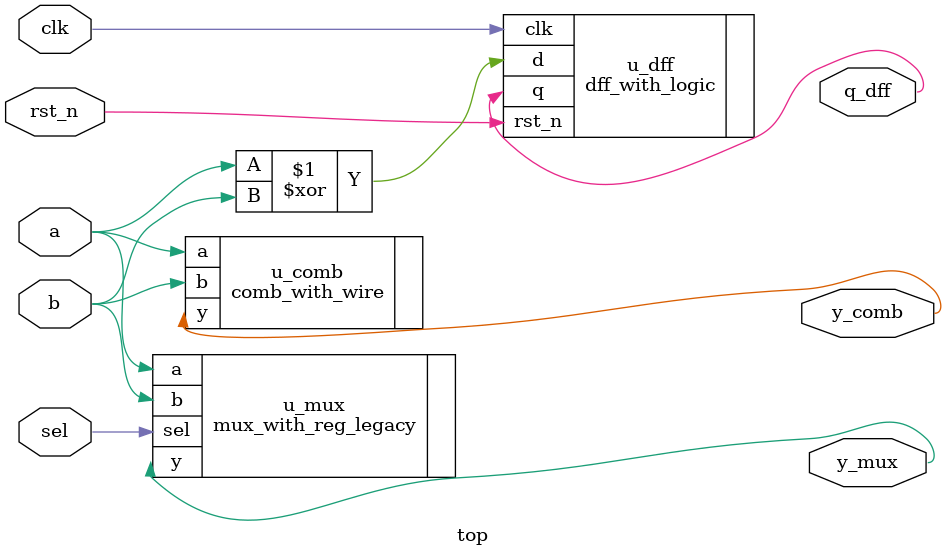
<source format=sv>
`include "comb_with_wire.sv"
`include "mux_reg_with_legacy.sv"
`include "dff_with_logic.sv"

module top(
  input  logic a, b, sel,
  input  logic clk, rst_n,
  output logic y_comb,
  output logic y_mux,
  output logic q_dff
);
  comb_with_wire      u_comb(.a(a), .b(b), .y(y_comb));
  mux_with_reg_legacy u_mux (.a(a), .b(b), .sel(sel), .y(y_mux));
  dff_with_logic      u_dff (.clk(clk), .rst_n(rst_n), .d(a ^ b), .q(q_dff));
endmodule

</source>
